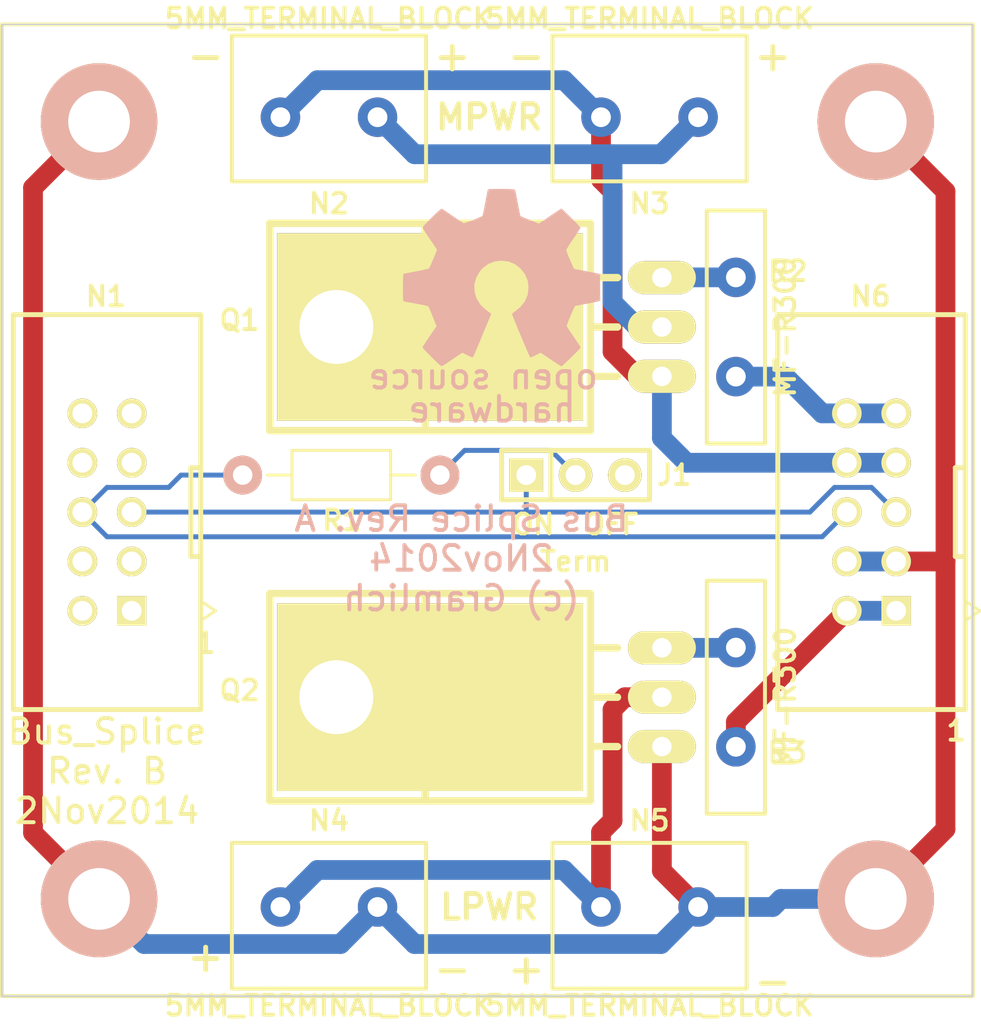
<source format=kicad_pcb>
(kicad_pcb (version 4) (host pcbnew "(2014-jul-16 BZR unknown)-product")

  (general
    (links 27)
    (no_connects 0)
    (area 99.567999 98.425 159.691028 151.5618)
    (thickness 1.6)
    (drawings 26)
    (tracks 74)
    (zones 0)
    (modules 17)
    (nets 12)
  )

  (page A4)
  (layers
    (0 F.Cu signal)
    (31 B.Cu signal)
    (32 B.Adhes user)
    (33 F.Adhes user)
    (34 B.Paste user)
    (35 F.Paste user)
    (36 B.SilkS user)
    (37 F.SilkS user)
    (38 B.Mask user)
    (39 F.Mask user)
    (40 Dwgs.User user)
    (41 Cmts.User user)
    (42 Eco1.User user)
    (43 Eco2.User user)
    (44 Edge.Cuts user)
  )

  (setup
    (last_trace_width 0.254)
    (user_trace_width 0.254)
    (user_trace_width 1.016)
    (trace_clearance 0.254)
    (zone_clearance 0.508)
    (zone_45_only no)
    (trace_min 0.254)
    (segment_width 0.2032)
    (edge_width 0.1)
    (via_size 0.889)
    (via_drill 0.635)
    (via_min_size 0.889)
    (via_min_drill 0.508)
    (uvia_size 0.508)
    (uvia_drill 0.127)
    (uvias_allowed no)
    (uvia_min_size 0.508)
    (uvia_min_drill 0.127)
    (pcb_text_width 0.3)
    (pcb_text_size 1.5 1.5)
    (mod_edge_width 0.15)
    (mod_text_size 1 1)
    (mod_text_width 0.15)
    (pad_size 1.5 1.5)
    (pad_drill 0.6)
    (pad_to_mask_clearance 0)
    (aux_axis_origin 0 0)
    (visible_elements 7FFEFFFF)
    (pcbplotparams
      (layerselection 0x010f0_80000001)
      (usegerberextensions true)
      (excludeedgelayer true)
      (linewidth 0.100000)
      (plotframeref false)
      (viasonmask false)
      (mode 1)
      (useauxorigin false)
      (hpglpennumber 1)
      (hpglpenspeed 20)
      (hpglpendiameter 15)
      (hpglpenoverlay 2)
      (psnegative false)
      (psa4output false)
      (plotreference true)
      (plotvalue false)
      (plotinvisibletext false)
      (padsonsilk false)
      (subtractmaskfromsilk false)
      (outputformat 1)
      (mirror false)
      (drillshape 0)
      (scaleselection 1)
      (outputdirectory ""))
  )

  (net 0 "")
  (net 1 /LPWR1)
  (net 2 /LPWR3)
  (net 3 /LPWR2)
  (net 4 /LGND)
  (net 5 "Net-(J1-Pad2)")
  (net 6 "Net-(J1-Pad1)")
  (net 7 /MGND)
  (net 8 /MPWR1)
  (net 9 /MPWR2)
  (net 10 /MPWR3)
  (net 11 "Net-(N1-Pad6)")

  (net_class Default "This is the default net class."
    (clearance 0.254)
    (trace_width 0.254)
    (via_dia 0.889)
    (via_drill 0.635)
    (uvia_dia 0.508)
    (uvia_drill 0.127)
    (add_net "Net-(J1-Pad1)")
    (add_net "Net-(J1-Pad2)")
    (add_net "Net-(N1-Pad6)")
  )

  (net_class Power ""
    (clearance 0.254)
    (trace_width 1.016)
    (via_dia 0.889)
    (via_drill 0.635)
    (uvia_dia 0.508)
    (uvia_drill 0.127)
    (add_net /LGND)
    (add_net /LPWR1)
    (add_net /LPWR2)
    (add_net /LPWR3)
    (add_net /MGND)
    (add_net /MPWR1)
    (add_net /MPWR2)
    (add_net /MPWR3)
  )

  (module Bus_Splice:OSHW_LOGO_400mil (layer B.Cu) (tedit 5456F54A) (tstamp 5456E998)
    (at 125.73 113.03 180)
    (path /53AA4798)
    (fp_text reference G1 (at -2.54 -1.27 180) (layer B.SilkS) hide
      (effects (font (size 0.46228 0.46228) (thickness 0.09144)) (justify mirror))
    )
    (fp_text value OSHW_LOGO (at 0 5.38734 180) (layer B.SilkS) hide
      (effects (font (size 0.46228 0.46228) (thickness 0.09144)) (justify mirror))
    )
    (fp_poly (pts (xy -3.07848 -4.56184) (xy -3.02514 -4.53644) (xy -2.90576 -4.46024) (xy -2.73812 -4.34848)
      (xy -2.53746 -4.21386) (xy -2.3368 -4.07924) (xy -2.16916 -3.96748) (xy -2.05486 -3.89382)
      (xy -2.0066 -3.86588) (xy -1.9812 -3.87604) (xy -1.88468 -3.92176) (xy -1.74498 -3.99542)
      (xy -1.66624 -4.03606) (xy -1.5367 -4.09194) (xy -1.47574 -4.1021) (xy -1.46304 -4.08432)
      (xy -1.41732 -3.9878) (xy -1.34366 -3.82016) (xy -1.24714 -3.60172) (xy -1.13792 -3.34264)
      (xy -1.02108 -3.06578) (xy -0.9017 -2.7813) (xy -0.78994 -2.50952) (xy -0.69088 -2.26822)
      (xy -0.61214 -2.0701) (xy -0.5588 -1.93294) (xy -0.53848 -1.87198) (xy -0.5461 -1.86182)
      (xy -0.6096 -1.79832) (xy -0.72136 -1.7145) (xy -0.96012 -1.52146) (xy -1.19888 -1.22428)
      (xy -1.34366 -0.88646) (xy -1.38938 -0.51308) (xy -1.34874 -0.16764) (xy -1.21412 0.1651)
      (xy -0.98044 0.46482) (xy -0.6985 0.68834) (xy -0.37084 0.82804) (xy 0 0.87376)
      (xy 0.35306 0.83312) (xy 0.69342 0.70104) (xy 0.99314 0.47244) (xy 1.12014 0.32512)
      (xy 1.2954 0.02286) (xy 1.39446 -0.30226) (xy 1.40462 -0.38608) (xy 1.38938 -0.74168)
      (xy 1.28524 -1.08458) (xy 1.09474 -1.38938) (xy 0.83312 -1.64084) (xy 0.80264 -1.6637)
      (xy 0.68072 -1.75514) (xy 0.59944 -1.8161) (xy 0.53594 -1.86944) (xy 0.9906 -2.96164)
      (xy 1.06172 -3.1369) (xy 1.18618 -3.43408) (xy 1.29794 -3.69316) (xy 1.3843 -3.8989)
      (xy 1.44526 -4.03352) (xy 1.47066 -4.0894) (xy 1.47574 -4.09194) (xy 1.51384 -4.09956)
      (xy 1.59766 -4.06908) (xy 1.75006 -3.99542) (xy 1.85166 -3.94462) (xy 1.9685 -3.88874)
      (xy 2.0193 -3.86588) (xy 2.06248 -3.89128) (xy 2.17678 -3.9624) (xy 2.33934 -4.07162)
      (xy 2.53492 -4.2037) (xy 2.72034 -4.3307) (xy 2.89052 -4.445) (xy 3.01752 -4.52374)
      (xy 3.07594 -4.55676) (xy 3.0861 -4.55676) (xy 3.13944 -4.52628) (xy 3.2385 -4.445)
      (xy 3.38836 -4.30276) (xy 3.59918 -4.09702) (xy 3.62966 -4.064) (xy 3.80238 -3.88874)
      (xy 3.94462 -3.73888) (xy 4.0386 -3.63474) (xy 4.07162 -3.58648) (xy 4.07162 -3.58648)
      (xy 4.04114 -3.52806) (xy 3.9624 -3.4036) (xy 3.8481 -3.22834) (xy 3.71094 -3.02514)
      (xy 3.34772 -2.49936) (xy 3.54838 -2.00406) (xy 3.60934 -1.85166) (xy 3.68554 -1.66624)
      (xy 3.74396 -1.53416) (xy 3.77444 -1.47828) (xy 3.82778 -1.45796) (xy 3.9624 -1.42494)
      (xy 4.16052 -1.3843) (xy 4.3942 -1.34112) (xy 4.61772 -1.30048) (xy 4.82092 -1.26238)
      (xy 4.96824 -1.23444) (xy 5.03428 -1.2192) (xy 5.04952 -1.21158) (xy 5.06222 -1.17856)
      (xy 5.06984 -1.10998) (xy 5.07492 -0.98806) (xy 5.07746 -0.79502) (xy 5.07746 -0.51308)
      (xy 5.07746 -0.4826) (xy 5.07492 -0.2159) (xy 5.07238 -0.00254) (xy 5.06476 0.13462)
      (xy 5.0546 0.1905) (xy 5.0546 0.1905) (xy 4.9911 0.20574) (xy 4.84886 0.23622)
      (xy 4.64566 0.27686) (xy 4.40436 0.32258) (xy 4.38912 0.32512) (xy 4.15036 0.37084)
      (xy 3.94716 0.41402) (xy 3.80746 0.44704) (xy 3.7465 0.46482) (xy 3.73634 0.4826)
      (xy 3.68554 0.57404) (xy 3.61696 0.7239) (xy 3.53822 0.90678) (xy 3.45948 1.09474)
      (xy 3.3909 1.26492) (xy 3.34518 1.39192) (xy 3.33248 1.4478) (xy 3.33248 1.45034)
      (xy 3.37058 1.50876) (xy 3.45186 1.63068) (xy 3.5687 1.80594) (xy 3.7084 2.00914)
      (xy 3.7211 2.02438) (xy 3.85826 2.22758) (xy 3.97002 2.4003) (xy 4.04368 2.52222)
      (xy 4.07162 2.5781) (xy 4.07162 2.58064) (xy 4.0259 2.6416) (xy 3.92176 2.7559)
      (xy 3.77444 2.91084) (xy 3.59664 3.09118) (xy 3.54076 3.14706) (xy 3.34264 3.3401)
      (xy 3.20548 3.46456) (xy 3.11912 3.53314) (xy 3.07848 3.54838) (xy 3.07848 3.54584)
      (xy 3.01752 3.51028) (xy 2.88798 3.42646) (xy 2.71526 3.30708) (xy 2.50952 3.16738)
      (xy 2.49428 3.15722) (xy 2.29108 3.02006) (xy 2.1209 2.90576) (xy 2.00152 2.82702)
      (xy 1.94818 2.794) (xy 1.94056 2.794) (xy 1.85674 2.8194) (xy 1.71196 2.8702)
      (xy 1.53416 2.93878) (xy 1.3462 3.01244) (xy 1.17602 3.0861) (xy 1.04902 3.14452)
      (xy 0.98806 3.17754) (xy 0.98552 3.18262) (xy 0.9652 3.25374) (xy 0.92964 3.40614)
      (xy 0.88646 3.61442) (xy 0.84074 3.86334) (xy 0.83312 3.90398) (xy 0.7874 4.14528)
      (xy 0.74676 4.34594) (xy 0.71882 4.4831) (xy 0.70612 4.54152) (xy 0.67056 4.54914)
      (xy 0.55118 4.55676) (xy 0.37084 4.56184) (xy 0.1524 4.56438) (xy -0.0762 4.56184)
      (xy -0.30226 4.5593) (xy -0.49276 4.55168) (xy -0.62992 4.54152) (xy -0.68834 4.53136)
      (xy -0.68834 4.52628) (xy -0.7112 4.45262) (xy -0.74422 4.30022) (xy -0.7874 4.0894)
      (xy -0.83312 3.84048) (xy -0.84328 3.7973) (xy -0.889 3.556) (xy -0.92964 3.35788)
      (xy -0.95758 3.22072) (xy -0.97282 3.16738) (xy -0.99568 3.15468) (xy -1.09474 3.1115)
      (xy -1.2573 3.04546) (xy -1.45796 2.96418) (xy -1.92278 2.77622) (xy -2.49174 3.16738)
      (xy -2.54508 3.20294) (xy -2.75082 3.34264) (xy -2.91846 3.4544) (xy -3.0353 3.5306)
      (xy -3.08356 3.55854) (xy -3.08864 3.556) (xy -3.14452 3.5052) (xy -3.25882 3.39852)
      (xy -3.41122 3.24866) (xy -3.59156 3.07086) (xy -3.72364 2.93878) (xy -3.88112 2.77876)
      (xy -3.98018 2.66954) (xy -4.03606 2.60096) (xy -4.05384 2.56032) (xy -4.0513 2.53238)
      (xy -4.0132 2.47396) (xy -3.92938 2.34696) (xy -3.81254 2.17424) (xy -3.67284 1.97358)
      (xy -3.55854 1.80594) (xy -3.43408 1.6129) (xy -3.35534 1.47574) (xy -3.3274 1.4097)
      (xy -3.33502 1.38176) (xy -3.37312 1.27) (xy -3.4417 1.10236) (xy -3.52806 0.9017)
      (xy -3.72618 0.44958) (xy -4.02082 0.3937) (xy -4.20116 0.35814) (xy -4.45008 0.30988)
      (xy -4.69138 0.26416) (xy -5.06476 0.1905) (xy -5.08 -1.18618) (xy -5.02158 -1.20904)
      (xy -4.9657 -1.22428) (xy -4.826 -1.25476) (xy -4.62788 -1.2954) (xy -4.3942 -1.33858)
      (xy -4.19608 -1.37668) (xy -3.99542 -1.41478) (xy -3.85064 -1.44272) (xy -3.78714 -1.45542)
      (xy -3.7719 -1.47828) (xy -3.7211 -1.5748) (xy -3.64998 -1.72974) (xy -3.5687 -1.91516)
      (xy -3.48996 -2.1082) (xy -3.41884 -2.286) (xy -3.37058 -2.42062) (xy -3.35026 -2.49174)
      (xy -3.3782 -2.54508) (xy -3.4544 -2.66192) (xy -3.56616 -2.82956) (xy -3.70078 -3.03022)
      (xy -3.83794 -3.22834) (xy -3.95224 -3.39852) (xy -4.03352 -3.52298) (xy -4.06654 -3.57886)
      (xy -4.0513 -3.61696) (xy -3.97002 -3.71348) (xy -3.82016 -3.86842) (xy -3.59664 -4.0894)
      (xy -3.55854 -4.12496) (xy -3.38074 -4.29768) (xy -3.23088 -4.43484) (xy -3.12674 -4.52882)
      (xy -3.07848 -4.56184)) (layer B.SilkS) (width 0.00254))
  )

  (module Bus_Splice:Pin_Header_Straight_1x03 (layer F.Cu) (tedit 5456EF7B) (tstamp 5456E9AF)
    (at 129.54 123.19)
    (descr "1 pin")
    (tags "CONN DEV")
    (path /53E8D609)
    (fp_text reference J1 (at 5.08 0) (layer F.SilkS)
      (effects (font (size 1.016 1.016) (thickness 0.2032)))
    )
    (fp_text value TERMINATE_JUMPER (at -0.01 2.45) (layer F.SilkS) hide
      (effects (font (size 1.016 1.016) (thickness 0.2032)))
    )
    (fp_line (start -1.27 1.27) (end 3.81 1.27) (layer F.SilkS) (width 0.254))
    (fp_line (start 3.81 1.27) (end 3.81 -1.27) (layer F.SilkS) (width 0.254))
    (fp_line (start 3.81 -1.27) (end -1.27 -1.27) (layer F.SilkS) (width 0.254))
    (fp_line (start -3.81 -1.27) (end -1.27 -1.27) (layer F.SilkS) (width 0.254))
    (fp_line (start -1.27 -1.27) (end -1.27 1.27) (layer F.SilkS) (width 0.254))
    (fp_line (start -3.81 -1.27) (end -3.81 1.27) (layer F.SilkS) (width 0.254))
    (fp_line (start -3.81 1.27) (end -1.27 1.27) (layer F.SilkS) (width 0.254))
    (pad 1 thru_hole rect (at -2.54 0) (size 1.7272 1.7272) (drill 1.016) (layers *.Cu *.Mask F.SilkS)
      (net 6 "Net-(J1-Pad1)"))
    (pad 2 thru_hole circle (at 0 0) (size 1.7272 1.7272) (drill 1.016) (layers *.Cu *.Mask F.SilkS)
      (net 5 "Net-(J1-Pad2)"))
    (pad 3 thru_hole circle (at 2.54 0) (size 1.7272 1.7272) (drill 1.016) (layers *.Cu *.Mask F.SilkS))
    (model Pin_Headers/Pin_Header_Straight_1x03.wrl
      (at (xyz 0 0 0))
      (scale (xyz 1 1 1))
      (rotate (xyz 0 0 0))
    )
  )

  (module Bus_Splice:Pin_Header_Straight_2x05_Shrouded (layer F.Cu) (tedit 5456F59E) (tstamp 5456E9C2)
    (at 105.41 125.095 90)
    (descr "Male 2x5 Header 2.54mm pitch")
    (tags CONN)
    (path /53E91E68)
    (fp_text reference N1 (at 11.0998 -0.05588 360) (layer F.SilkS)
      (effects (font (size 1.016 1.016) (thickness 0.2032)))
    )
    (fp_text value BUS_MASTER_HEADER (at 0 6.5 90) (layer F.SilkS) hide
      (effects (font (size 1.016 1.016) (thickness 0.2032)))
    )
    (fp_line (start -5.08 5.588) (end -5.588 4.826) (layer F.SilkS) (width 0.15))
    (fp_line (start -5.08 5.588) (end -4.572 4.826) (layer F.SilkS) (width 0.15))
    (fp_line (start 2.286 4.826) (end 2.286 4.318) (layer F.SilkS) (width 0.254))
    (fp_line (start 2.286 4.318) (end -2.286 4.318) (layer F.SilkS) (width 0.254))
    (fp_line (start -2.286 4.318) (end -2.286 4.826) (layer F.SilkS) (width 0.254))
    (fp_line (start -10.16 -4.826) (end 10.16 -4.826) (layer F.SilkS) (width 0.254))
    (fp_line (start 10.16 -4.826) (end 10.16 4.826) (layer F.SilkS) (width 0.254))
    (fp_line (start 10.16 4.826) (end -10.16 4.826) (layer F.SilkS) (width 0.254))
    (fp_line (start -10.16 4.826) (end -10.16 -4.826) (layer F.SilkS) (width 0.254))
    (pad 1 thru_hole rect (at -5.08 1.27 90) (size 1.524 1.524) (drill 1.016) (layers *.Cu *.Mask F.SilkS))
    (pad 2 thru_hole circle (at -5.08 -1.27 90) (size 1.524 1.524) (drill 1.016) (layers *.Cu *.Mask F.SilkS))
    (pad 3 thru_hole circle (at -2.54 1.27 90) (size 1.524 1.524) (drill 1.016) (layers *.Cu *.Mask F.SilkS))
    (pad 4 thru_hole circle (at -2.54 -1.27 90) (size 1.524 1.524) (drill 1.016) (layers *.Cu *.Mask F.SilkS))
    (pad 5 thru_hole circle (at 0 1.27 90) (size 1.524 1.524) (drill 1.016) (layers *.Cu *.Mask F.SilkS)
      (net 6 "Net-(J1-Pad1)"))
    (pad 6 thru_hole circle (at 0 -1.27 90) (size 1.524 1.524) (drill 1.016) (layers *.Cu *.Mask F.SilkS)
      (net 11 "Net-(N1-Pad6)"))
    (pad 7 thru_hole circle (at 2.54 1.27 90) (size 1.524 1.524) (drill 1.016) (layers *.Cu *.Mask F.SilkS))
    (pad 8 thru_hole circle (at 2.54 -1.27 90) (size 1.524 1.524) (drill 1.016) (layers *.Cu *.Mask F.SilkS))
    (pad 9 thru_hole circle (at 5.08 1.27 90) (size 1.524 1.524) (drill 1.016) (layers *.Cu *.Mask F.SilkS))
    (pad 10 thru_hole circle (at 5.08 -1.27 90) (size 1.524 1.524) (drill 1.016) (layers *.Cu *.Mask F.SilkS))
    (model pin_array/pins_array_5x2.wrl
      (at (xyz 0 0 0))
      (scale (xyz 1 1 1))
      (rotate (xyz 0 0 0))
    )
  )

  (module Bus_Splice:5MM_TERMINAL_BLOCK_2_POS (layer F.Cu) (tedit 53B6F03D) (tstamp 5456E9C3)
    (at 116.84 104.775)
    (path /53B61F22)
    (fp_text reference N2 (at 0 4.445) (layer F.SilkS)
      (effects (font (size 1.016 1.016) (thickness 0.2032)))
    )
    (fp_text value 5MM_TERMINAL_BLOCK (at 0 -5.08) (layer F.SilkS)
      (effects (font (size 1.016 1.016) (thickness 0.2032)))
    )
    (fp_line (start -5 -4.2) (end -5 3.3) (layer F.SilkS) (width 0.2032))
    (fp_line (start -5 3.3) (end 5 3.3) (layer F.SilkS) (width 0.2032))
    (fp_line (start 5 3.3) (end 5 -4.2) (layer F.SilkS) (width 0.2032))
    (fp_line (start 5 -4.2) (end -5 -4.2) (layer F.SilkS) (width 0.2032))
    (pad 1 thru_hole circle (at -2.5 0) (size 2.032 2.032) (drill 1.016) (layers *.Cu *.Mask)
      (net 7 /MGND))
    (pad 2 thru_hole circle (at 2.5 0) (size 2.032 2.032) (drill 1.016) (layers *.Cu *.Mask)
      (net 8 /MPWR1))
  )

  (module Bus_Splice:5MM_TERMINAL_BLOCK_2_POS (layer F.Cu) (tedit 53B6F03D) (tstamp 5456E9C8)
    (at 133.35 104.775)
    (path /5456FCF0)
    (fp_text reference N3 (at 0 4.445) (layer F.SilkS)
      (effects (font (size 1.016 1.016) (thickness 0.2032)))
    )
    (fp_text value 5MM_TERMINAL_BLOCK (at 0 -5.08) (layer F.SilkS)
      (effects (font (size 1.016 1.016) (thickness 0.2032)))
    )
    (fp_line (start -5 -4.2) (end -5 3.3) (layer F.SilkS) (width 0.2032))
    (fp_line (start -5 3.3) (end 5 3.3) (layer F.SilkS) (width 0.2032))
    (fp_line (start 5 3.3) (end 5 -4.2) (layer F.SilkS) (width 0.2032))
    (fp_line (start 5 -4.2) (end -5 -4.2) (layer F.SilkS) (width 0.2032))
    (pad 1 thru_hole circle (at -2.5 0) (size 2.032 2.032) (drill 1.016) (layers *.Cu *.Mask)
      (net 7 /MGND))
    (pad 2 thru_hole circle (at 2.5 0) (size 2.032 2.032) (drill 1.016) (layers *.Cu *.Mask)
      (net 8 /MPWR1))
  )

  (module Bus_Splice:5MM_TERMINAL_BLOCK_2_POS (layer F.Cu) (tedit 53B6F03D) (tstamp 5456E9CD)
    (at 116.84 145.415 180)
    (path /53B64AE0)
    (fp_text reference N4 (at 0 4.445 180) (layer F.SilkS)
      (effects (font (size 1.016 1.016) (thickness 0.2032)))
    )
    (fp_text value 5MM_TERMINAL_BLOCK (at 0 -5.08 180) (layer F.SilkS)
      (effects (font (size 1.016 1.016) (thickness 0.2032)))
    )
    (fp_line (start -5 -4.2) (end -5 3.3) (layer F.SilkS) (width 0.2032))
    (fp_line (start -5 3.3) (end 5 3.3) (layer F.SilkS) (width 0.2032))
    (fp_line (start 5 3.3) (end 5 -4.2) (layer F.SilkS) (width 0.2032))
    (fp_line (start 5 -4.2) (end -5 -4.2) (layer F.SilkS) (width 0.2032))
    (pad 1 thru_hole circle (at -2.5 0 180) (size 2.032 2.032) (drill 1.016) (layers *.Cu *.Mask)
      (net 4 /LGND))
    (pad 2 thru_hole circle (at 2.5 0 180) (size 2.032 2.032) (drill 1.016) (layers *.Cu *.Mask)
      (net 1 /LPWR1))
  )

  (module Bus_Splice:5MM_TERMINAL_BLOCK_2_POS (layer F.Cu) (tedit 53B6F03D) (tstamp 5456E9D2)
    (at 133.35 145.415 180)
    (path /5456F546)
    (fp_text reference N5 (at 0 4.445 180) (layer F.SilkS)
      (effects (font (size 1.016 1.016) (thickness 0.2032)))
    )
    (fp_text value 5MM_TERMINAL_BLOCK (at 0 -5.08 180) (layer F.SilkS)
      (effects (font (size 1.016 1.016) (thickness 0.2032)))
    )
    (fp_line (start -5 -4.2) (end -5 3.3) (layer F.SilkS) (width 0.2032))
    (fp_line (start -5 3.3) (end 5 3.3) (layer F.SilkS) (width 0.2032))
    (fp_line (start 5 3.3) (end 5 -4.2) (layer F.SilkS) (width 0.2032))
    (fp_line (start 5 -4.2) (end -5 -4.2) (layer F.SilkS) (width 0.2032))
    (pad 1 thru_hole circle (at -2.5 0 180) (size 2.032 2.032) (drill 1.016) (layers *.Cu *.Mask)
      (net 4 /LGND))
    (pad 2 thru_hole circle (at 2.5 0 180) (size 2.032 2.032) (drill 1.016) (layers *.Cu *.Mask)
      (net 1 /LPWR1))
  )

  (module Bus_Splice:Pin_Header_Straight_2x05_Shrouded (layer F.Cu) (tedit 5456F59B) (tstamp 5456E9D7)
    (at 144.78 125.095 90)
    (descr "Male 2x5 Header 2.54mm pitch")
    (tags CONN)
    (path /5456DFB2)
    (fp_text reference N6 (at 11.0998 -0.0508 360) (layer F.SilkS)
      (effects (font (size 1.016 1.016) (thickness 0.2032)))
    )
    (fp_text value BUS_MASTER_HEADER (at 0 6.5 90) (layer F.SilkS) hide
      (effects (font (size 1.016 1.016) (thickness 0.2032)))
    )
    (fp_line (start -5.08 5.588) (end -5.588 4.826) (layer F.SilkS) (width 0.15))
    (fp_line (start -5.08 5.588) (end -4.572 4.826) (layer F.SilkS) (width 0.15))
    (fp_line (start 2.286 4.826) (end 2.286 4.318) (layer F.SilkS) (width 0.254))
    (fp_line (start 2.286 4.318) (end -2.286 4.318) (layer F.SilkS) (width 0.254))
    (fp_line (start -2.286 4.318) (end -2.286 4.826) (layer F.SilkS) (width 0.254))
    (fp_line (start -10.16 -4.826) (end 10.16 -4.826) (layer F.SilkS) (width 0.254))
    (fp_line (start 10.16 -4.826) (end 10.16 4.826) (layer F.SilkS) (width 0.254))
    (fp_line (start 10.16 4.826) (end -10.16 4.826) (layer F.SilkS) (width 0.254))
    (fp_line (start -10.16 4.826) (end -10.16 -4.826) (layer F.SilkS) (width 0.254))
    (pad 1 thru_hole rect (at -5.08 1.27 90) (size 1.524 1.524) (drill 1.016) (layers *.Cu *.Mask F.SilkS)
      (net 2 /LPWR3))
    (pad 2 thru_hole circle (at -5.08 -1.27 90) (size 1.524 1.524) (drill 1.016) (layers *.Cu *.Mask F.SilkS)
      (net 2 /LPWR3))
    (pad 3 thru_hole circle (at -2.54 1.27 90) (size 1.524 1.524) (drill 1.016) (layers *.Cu *.Mask F.SilkS)
      (net 4 /LGND))
    (pad 4 thru_hole circle (at -2.54 -1.27 90) (size 1.524 1.524) (drill 1.016) (layers *.Cu *.Mask F.SilkS)
      (net 4 /LGND))
    (pad 5 thru_hole circle (at 0 1.27 90) (size 1.524 1.524) (drill 1.016) (layers *.Cu *.Mask F.SilkS)
      (net 6 "Net-(J1-Pad1)"))
    (pad 6 thru_hole circle (at 0 -1.27 90) (size 1.524 1.524) (drill 1.016) (layers *.Cu *.Mask F.SilkS)
      (net 11 "Net-(N1-Pad6)"))
    (pad 7 thru_hole circle (at 2.54 1.27 90) (size 1.524 1.524) (drill 1.016) (layers *.Cu *.Mask F.SilkS)
      (net 7 /MGND))
    (pad 8 thru_hole circle (at 2.54 -1.27 90) (size 1.524 1.524) (drill 1.016) (layers *.Cu *.Mask F.SilkS)
      (net 7 /MGND))
    (pad 9 thru_hole circle (at 5.08 1.27 90) (size 1.524 1.524) (drill 1.016) (layers *.Cu *.Mask F.SilkS)
      (net 10 /MPWR3))
    (pad 10 thru_hole circle (at 5.08 -1.27 90) (size 1.524 1.524) (drill 1.016) (layers *.Cu *.Mask F.SilkS)
      (net 10 /MPWR3))
    (model pin_array/pins_array_5x2.wrl
      (at (xyz 0 0 0))
      (scale (xyz 1 1 1))
      (rotate (xyz 0 0 0))
    )
  )

  (module Bus_Splice:TO-220_FET-GDS_Horizontal_LargePads (layer F.Cu) (tedit 5456F5A4) (tstamp 5456E9E4)
    (at 133.985 115.57 90)
    (descr "TO-220, FET-GDS, Horizontal, Large Pads,")
    (tags "TO-220, FET-GDS, Horizontal, Large Pads,")
    (path /53B62FC0)
    (fp_text reference Q1 (at 0.35052 -21.75002 180) (layer F.SilkS)
      (effects (font (size 1.016 1.016) (thickness 0.2032)))
    )
    (fp_text value FQP47P06 (at 0 3.175 90) (layer F.SilkS) hide
      (effects (font (size 1.016 1.016) (thickness 0.2032)))
    )
    (fp_text user G (at -2.54 -5.08 90) (layer F.SilkS)
      (effects (font (size 1.00076 1.00076) (thickness 0.25146)))
    )
    (fp_text user S (at 2.54 -5.08 90) (layer F.SilkS)
      (effects (font (size 1.00076 1.00076) (thickness 0.25146)))
    )
    (fp_text user D (at 0 -5.08 90) (layer F.SilkS)
      (effects (font (size 1.00076 1.00076) (thickness 0.25146)))
    )
    (fp_line (start -2.54 -3.683) (end -2.54 -2.286) (layer F.SilkS) (width 0.381))
    (fp_line (start 0 -3.683) (end 0 -2.286) (layer F.SilkS) (width 0.381))
    (fp_line (start 2.54 -3.683) (end 2.54 -2.286) (layer F.SilkS) (width 0.381))
    (fp_circle (center 0 -16.764) (end 1.778 -14.986) (layer F.SilkS) (width 0.381))
    (fp_line (start 5.334 -12.192) (end 5.334 -20.193) (layer F.SilkS) (width 0.381))
    (fp_line (start 5.334 -20.193) (end -5.334 -20.193) (layer F.SilkS) (width 0.381))
    (fp_line (start -5.334 -20.193) (end -5.334 -12.192) (layer F.SilkS) (width 0.381))
    (fp_line (start 5.334 -3.683) (end 5.334 -12.192) (layer F.SilkS) (width 0.381))
    (fp_line (start 5.334 -12.192) (end -5.334 -12.192) (layer F.SilkS) (width 0.381))
    (fp_line (start -5.334 -12.192) (end -5.334 -3.683) (layer F.SilkS) (width 0.381))
    (fp_line (start 0 -3.683) (end -5.334 -3.683) (layer F.SilkS) (width 0.381))
    (fp_line (start 0 -3.683) (end 5.334 -3.683) (layer F.SilkS) (width 0.381))
    (pad D thru_hole oval (at 0 0 180) (size 3.50012 1.69926) (drill 1.00076) (layers *.Cu *.Mask F.SilkS)
      (net 8 /MPWR1))
    (pad G thru_hole oval (at -2.54 0 180) (size 3.50012 1.69926) (drill 1.00076) (layers *.Cu *.Mask F.SilkS)
      (net 7 /MGND))
    (pad S thru_hole oval (at 2.54 0 180) (size 3.50012 1.69926) (drill 1.00076) (layers *.Cu *.Mask F.SilkS)
      (net 9 /MPWR2))
    (pad 2 thru_hole rect (at 0 -16.764 180) (size 15.748 9.652) (drill 3.79984 (offset -4.826 0)) (layers *.Cu F.SilkS F.Mask))
    (model Transistor_TO-220_Wings3d_RevB_03Sep2012/TO220-vert_RevB_Faktor03937_03Sep2012.wrl
      (at (xyz 0 0 0))
      (scale (xyz 0.3937 0.3937 0.3937))
      (rotate (xyz 0 0 0))
    )
  )

  (module Bus_Splice:TO-220_FET-GDS_Horizontal_LargePads (layer F.Cu) (tedit 5456EF94) (tstamp 5456EFB2)
    (at 133.985 134.62 90)
    (descr "TO-220, FET-GDS, Horizontal, Large Pads,")
    (tags "TO-220, FET-GDS, Horizontal, Large Pads,")
    (path /53B6538A)
    (fp_text reference Q2 (at 0.35052 -21.75002 180) (layer F.SilkS)
      (effects (font (size 1.016 1.016) (thickness 0.2032)))
    )
    (fp_text value FQP47P06 (at 0 3.175 90) (layer F.SilkS) hide
      (effects (font (size 1.016 1.016) (thickness 0.2032)))
    )
    (fp_text user G (at -2.54 -5.08 90) (layer F.SilkS)
      (effects (font (size 1.00076 1.00076) (thickness 0.25146)))
    )
    (fp_text user S (at 2.54 -5.08 90) (layer F.SilkS)
      (effects (font (size 1.00076 1.00076) (thickness 0.25146)))
    )
    (fp_text user D (at 0 -5.08 90) (layer F.SilkS)
      (effects (font (size 1.00076 1.00076) (thickness 0.25146)))
    )
    (fp_line (start -2.54 -3.683) (end -2.54 -2.286) (layer F.SilkS) (width 0.381))
    (fp_line (start 0 -3.683) (end 0 -2.286) (layer F.SilkS) (width 0.381))
    (fp_line (start 2.54 -3.683) (end 2.54 -2.286) (layer F.SilkS) (width 0.381))
    (fp_circle (center 0 -16.764) (end 1.778 -14.986) (layer F.SilkS) (width 0.381))
    (fp_line (start 5.334 -12.192) (end 5.334 -20.193) (layer F.SilkS) (width 0.381))
    (fp_line (start 5.334 -20.193) (end -5.334 -20.193) (layer F.SilkS) (width 0.381))
    (fp_line (start -5.334 -20.193) (end -5.334 -12.192) (layer F.SilkS) (width 0.381))
    (fp_line (start 5.334 -3.683) (end 5.334 -12.192) (layer F.SilkS) (width 0.381))
    (fp_line (start 5.334 -12.192) (end -5.334 -12.192) (layer F.SilkS) (width 0.381))
    (fp_line (start -5.334 -12.192) (end -5.334 -3.683) (layer F.SilkS) (width 0.381))
    (fp_line (start 0 -3.683) (end -5.334 -3.683) (layer F.SilkS) (width 0.381))
    (fp_line (start 0 -3.683) (end 5.334 -3.683) (layer F.SilkS) (width 0.381))
    (pad D thru_hole oval (at 0 0 180) (size 3.50012 1.69926) (drill 1.00076) (layers *.Cu *.Mask F.SilkS)
      (net 1 /LPWR1))
    (pad G thru_hole oval (at -2.54 0 180) (size 3.50012 1.69926) (drill 1.00076) (layers *.Cu *.Mask F.SilkS)
      (net 4 /LGND))
    (pad S thru_hole oval (at 2.54 0 180) (size 3.50012 1.69926) (drill 1.00076) (layers *.Cu *.Mask F.SilkS)
      (net 3 /LPWR2))
    (pad 2 thru_hole rect (at 0 -16.764 180) (size 15.748 9.652) (drill 3.79984 (offset -4.826 0)) (layers *.Cu F.SilkS F.Mask))
    (model Transistor_TO-220_Wings3d_RevB_03Sep2012/TO220-vert_RevB_Faktor03937_03Sep2012.wrl
      (at (xyz 0 0 0))
      (scale (xyz 0.3937 0.3937 0.3937))
      (rotate (xyz 0 0 0))
    )
  )

  (module Bus_Splice:Resistor_Horizontal_400 (layer F.Cu) (tedit 53BE9124) (tstamp 5456E9F2)
    (at 117.475 123.19 180)
    (descr "Resistor, Axial,  RM 10mm, 1/3W,")
    (tags "Resistor, Axial, RM 10mm, 1/3W,")
    (path /53E8E9A7)
    (fp_text reference R1 (at -0.03 -2.33 180) (layer F.SilkS)
      (effects (font (size 1.016 1.016) (thickness 0.2032)))
    )
    (fp_text value "120 1%" (at -0.02 2.47 180) (layer F.SilkS) hide
      (effects (font (size 1.016 1.016) (thickness 0.2032)))
    )
    (fp_line (start 2.54 0) (end 3.81 0) (layer F.SilkS) (width 0.15))
    (fp_line (start -2.54 0) (end -3.81 0) (layer F.SilkS) (width 0.15))
    (fp_line (start -2.54 -1.27) (end -2.54 1.27) (layer F.SilkS) (width 0.15))
    (fp_line (start -2.54 1.27) (end 2.54 1.27) (layer F.SilkS) (width 0.15))
    (fp_line (start 2.54 1.27) (end 2.54 -1.27) (layer F.SilkS) (width 0.15))
    (fp_line (start 2.54 -1.27) (end -2.54 -1.27) (layer F.SilkS) (width 0.15))
    (pad 1 thru_hole circle (at -5.08 0 180) (size 1.99898 1.99898) (drill 1.00076) (layers *.Cu *.SilkS *.Mask)
      (net 5 "Net-(J1-Pad2)"))
    (pad 2 thru_hole circle (at 5.08 0 180) (size 1.99898 1.99898) (drill 1.00076) (layers *.Cu *.SilkS *.Mask)
      (net 11 "Net-(N1-Pad6)"))
  )

  (module Bus_Splice:MF_R300 (layer F.Cu) (tedit 5456F5C5) (tstamp 5456E9F7)
    (at 137.795 115.57 270)
    (path /53B63849)
    (fp_text reference R2 (at -2.8702 -2.6797 360) (layer F.SilkS)
      (effects (font (size 1.016 1.016) (thickness 0.2032)))
    )
    (fp_text value MF-R300 (at 0 -2.54 270) (layer F.SilkS)
      (effects (font (size 1.016 1.016) (thickness 0.2032)))
    )
    (fp_line (start -5.9944 1.4986) (end 5.9944 1.4986) (layer F.SilkS) (width 0.2032))
    (fp_line (start 5.9944 1.4986) (end 5.9944 -1.4986) (layer F.SilkS) (width 0.2032))
    (fp_line (start 5.9944 -1.4986) (end -5.9944 -1.4986) (layer F.SilkS) (width 0.2032))
    (fp_line (start -5.9944 -1.4986) (end -5.9944 1.4986) (layer F.SilkS) (width 0.2032))
    (pad 1 thru_hole circle (at -2.5527 0 270) (size 2.032 2.032) (drill 1.016) (layers *.Cu *.Mask)
      (net 9 /MPWR2))
    (pad 2 thru_hole circle (at 2.5527 0 270) (size 2.032 2.032) (drill 1.016) (layers *.Cu *.Mask)
      (net 10 /MPWR3))
  )

  (module Bus_Splice:MF_R300 (layer F.Cu) (tedit 5456F5BD) (tstamp 5456E9FC)
    (at 137.795 134.62 270)
    (path /53B7AD27)
    (fp_text reference R3 (at 2.8448 -2.6416 360) (layer F.SilkS)
      (effects (font (size 1.016 1.016) (thickness 0.2032)))
    )
    (fp_text value MF-R300 (at 0 -2.54 270) (layer F.SilkS)
      (effects (font (size 1.016 1.016) (thickness 0.2032)))
    )
    (fp_line (start -5.9944 1.4986) (end 5.9944 1.4986) (layer F.SilkS) (width 0.2032))
    (fp_line (start 5.9944 1.4986) (end 5.9944 -1.4986) (layer F.SilkS) (width 0.2032))
    (fp_line (start 5.9944 -1.4986) (end -5.9944 -1.4986) (layer F.SilkS) (width 0.2032))
    (fp_line (start -5.9944 -1.4986) (end -5.9944 1.4986) (layer F.SilkS) (width 0.2032))
    (pad 1 thru_hole circle (at -2.5527 0 270) (size 2.032 2.032) (drill 1.016) (layers *.Cu *.Mask)
      (net 3 /LPWR2))
    (pad 2 thru_hole circle (at 2.5527 0 270) (size 2.032 2.032) (drill 1.016) (layers *.Cu *.Mask)
      (net 2 /LPWR3))
  )

  (module Bus_Splice:MountingHole_3mm (layer F.Cu) (tedit 53A7A920) (tstamp 5456EA39)
    (at 105 105)
    (descr "Mounting hole, Befestigungsbohrung, 3mm, No Annular, Kein Restring,")
    (tags "Mounting hole, Befestigungsbohrung, 3mm, No Annular, Kein Restring,")
    (path /53AA33AA)
    (fp_text reference H1 (at 0 0) (layer F.SilkS)
      (effects (font (size 1.016 1.016) (thickness 0.2032)))
    )
    (fp_text value 3MM_HOLE (at 0 4.29) (layer F.SilkS) hide
      (effects (font (size 1.016 1.016) (thickness 0.2032)))
    )
    (fp_circle (center 0 0) (end 3 0) (layer Cmts.User) (width 0.381))
    (pad 1 thru_hole circle (at 0 0) (size 6 6) (drill 3.175) (layers *.Cu *.SilkS)
      (net 4 /LGND))
  )

  (module Bus_Splice:MountingHole_3mm (layer F.Cu) (tedit 53A7A920) (tstamp 5456EA3D)
    (at 145 105)
    (descr "Mounting hole, Befestigungsbohrung, 3mm, No Annular, Kein Restring,")
    (tags "Mounting hole, Befestigungsbohrung, 3mm, No Annular, Kein Restring,")
    (path /53E91440)
    (fp_text reference H2 (at 0 0) (layer F.SilkS)
      (effects (font (size 1.016 1.016) (thickness 0.2032)))
    )
    (fp_text value 3MM_HOLE (at 0 4.29) (layer F.SilkS) hide
      (effects (font (size 1.016 1.016) (thickness 0.2032)))
    )
    (fp_circle (center 0 0) (end 3 0) (layer Cmts.User) (width 0.381))
    (pad 1 thru_hole circle (at 0 0) (size 6 6) (drill 3.175) (layers *.Cu *.SilkS)
      (net 4 /LGND))
  )

  (module Bus_Splice:MountingHole_3mm (layer F.Cu) (tedit 53A7A920) (tstamp 5456EA41)
    (at 105 145)
    (descr "Mounting hole, Befestigungsbohrung, 3mm, No Annular, Kein Restring,")
    (tags "Mounting hole, Befestigungsbohrung, 3mm, No Annular, Kein Restring,")
    (path /53E914C5)
    (fp_text reference H3 (at 0 0) (layer F.SilkS)
      (effects (font (size 1.016 1.016) (thickness 0.2032)))
    )
    (fp_text value 3MM_HOLE (at 0 4.29) (layer F.SilkS) hide
      (effects (font (size 1.016 1.016) (thickness 0.2032)))
    )
    (fp_circle (center 0 0) (end 3 0) (layer Cmts.User) (width 0.381))
    (pad 1 thru_hole circle (at 0 0) (size 6 6) (drill 3.175) (layers *.Cu *.SilkS)
      (net 4 /LGND))
  )

  (module Bus_Splice:MountingHole_3mm (layer F.Cu) (tedit 53A7A920) (tstamp 5456EA45)
    (at 145 145)
    (descr "Mounting hole, Befestigungsbohrung, 3mm, No Annular, Kein Restring,")
    (tags "Mounting hole, Befestigungsbohrung, 3mm, No Annular, Kein Restring,")
    (path /53E91517)
    (fp_text reference H4 (at 0 0) (layer F.SilkS)
      (effects (font (size 1.016 1.016) (thickness 0.2032)))
    )
    (fp_text value 3MM_HOLE (at 0 4.29) (layer F.SilkS) hide
      (effects (font (size 1.016 1.016) (thickness 0.2032)))
    )
    (fp_circle (center 0 0) (end 3 0) (layer Cmts.User) (width 0.381))
    (pad 1 thru_hole circle (at 0 0) (size 6 6) (drill 3.175) (layers *.Cu *.SilkS)
      (net 4 /LGND))
  )

  (gr_text 1 (at 149.14372 136.3472) (layer F.SilkS)
    (effects (font (size 1.016 1.016) (thickness 0.2032)))
  )
  (gr_text 1 (at 110.5027 131.8387) (layer F.SilkS)
    (effects (font (size 1.016 1.016) (thickness 0.2032)))
  )
  (gr_text - (at 110.49 101.6) (layer F.SilkS)
    (effects (font (thickness 0.254)) (justify mirror))
  )
  (gr_text + (at 139.7 101.6) (layer F.SilkS)
    (effects (font (thickness 0.254)) (justify mirror))
  )
  (gr_line (start 100 150) (end 100 100) (angle 90) (layer F.SilkS) (width 0.2032))
  (gr_line (start 150 150) (end 100 150) (angle 90) (layer F.SilkS) (width 0.2032))
  (gr_line (start 150 100) (end 150 150) (angle 90) (layer F.SilkS) (width 0.2032))
  (gr_line (start 100 100) (end 150 100) (angle 90) (layer F.SilkS) (width 0.2032))
  (gr_text Term (at 129.54 127.635) (layer F.SilkS)
    (effects (font (size 1.016 1.016) (thickness 0.2032)))
  )
  (gr_text "ON  OFF" (at 129.54 125.73) (layer F.SilkS)
    (effects (font (size 1.016 1.016) (thickness 0.2032)))
  )
  (gr_line (start 150 100) (end 150 150) (angle 90) (layer Edge.Cuts) (width 0.1))
  (gr_line (start 100 150) (end 150 150) (angle 90) (layer Edge.Cuts) (width 0.1))
  (gr_line (start 100 100) (end 100 150) (angle 90) (layer Edge.Cuts) (width 0.1))
  (gr_text "Bus Splice Rev. A\n2Nov2014\n(c) Gramlich" (at 123.6599 127.4826) (layer B.SilkS)
    (effects (font (size 1.27 1.27) (thickness 0.2032)) (justify mirror))
  )
  (gr_line (start 100 100) (end 150 100) (angle 90) (layer Edge.Cuts) (width 0.1))
  (gr_text MPWR (at 125.095 104.775) (layer F.SilkS)
    (effects (font (size 1.27 1.27) (thickness 0.254)))
  )
  (gr_text LPWR (at 125.095 145.415) (layer F.SilkS)
    (effects (font (size 1.27 1.27) (thickness 0.254)))
  )
  (gr_text - (at 127 101.6) (layer F.SilkS)
    (effects (font (thickness 0.254)) (justify mirror))
  )
  (gr_text + (at 123.19 101.6) (layer F.SilkS)
    (effects (font (thickness 0.254)) (justify mirror))
  )
  (gr_text - (at 123.19 148.59) (layer F.SilkS)
    (effects (font (thickness 0.254)) (justify mirror))
  )
  (gr_text + (at 110.49 147.955) (layer F.SilkS)
    (effects (font (thickness 0.254)) (justify mirror))
  )
  (gr_text + (at 127 148.59) (layer F.SilkS)
    (effects (font (thickness 0.254)) (justify mirror))
  )
  (gr_text - (at 139.7 149.225) (layer F.SilkS)
    (effects (font (thickness 0.254)) (justify mirror))
  )
  (gr_text hardware (at 129.66192 119.8118) (layer B.SilkS)
    (effects (font (size 1.27 1.27) (thickness 0.2032)) (justify left mirror))
  )
  (gr_text "open source" (at 130.81 118.11) (layer B.SilkS)
    (effects (font (size 1.27 1.27) (thickness 0.2032)) (justify left mirror))
  )
  (gr_text "Bus_Splice\nRev. B\n2Nov2014" (at 105.41 138.43) (layer F.SilkS)
    (effects (font (size 1.27 1.27) (thickness 0.2032)))
  )

  (segment (start 130.85 141.565) (end 130.85 145.415) (width 1.016) (layer F.Cu) (net 1) (tstamp 5456ED32))
  (segment (start 131.445 140.97) (end 130.85 141.565) (width 1.016) (layer F.Cu) (net 1) (tstamp 5456ED31))
  (segment (start 114.34 145.415) (end 116.245 143.51) (width 1.016) (layer B.Cu) (net 1))
  (segment (start 116.245 143.51) (end 128.945 143.51) (width 1.016) (layer B.Cu) (net 1) (tstamp 5456EC58))
  (segment (start 128.945 143.51) (end 130.85 145.415) (width 1.016) (layer B.Cu) (net 1) (tstamp 5456EC59))
  (segment (start 133.985 134.62) (end 132.08 134.62) (width 1.016) (layer F.Cu) (net 1))
  (segment (start 131.445 135.255) (end 131.445 140.97) (width 1.016) (layer F.Cu) (net 1) (tstamp 5456ED2D))
  (segment (start 132.08 134.62) (end 131.445 135.255) (width 1.016) (layer F.Cu) (net 1) (tstamp 5456ED2A))
  (segment (start 137.795 137.1727) (end 137.795 135.89) (width 1.016) (layer F.Cu) (net 2))
  (segment (start 137.795 135.89) (end 143.51 130.175) (width 1.016) (layer F.Cu) (net 2) (tstamp 5456ED65))
  (segment (start 146.05 130.175) (end 143.51 130.175) (width 1.016) (layer B.Cu) (net 2))
  (segment (start 133.985 132.08) (end 137.7823 132.08) (width 1.016) (layer B.Cu) (net 3))
  (segment (start 137.7823 132.08) (end 137.795 132.0673) (width 1.016) (layer B.Cu) (net 3) (tstamp 5456ED58))
  (segment (start 133.985 137.16) (end 133.985 143.55) (width 1.016) (layer F.Cu) (net 4))
  (segment (start 133.985 143.55) (end 135.85 145.415) (width 1.016) (layer F.Cu) (net 4) (tstamp 5456ED24))
  (segment (start 146.05 127.635) (end 148.59 127.635) (width 1.016) (layer F.Cu) (net 4))
  (segment (start 105 145) (end 101.6 141.6) (width 1.016) (layer F.Cu) (net 4))
  (segment (start 101.6 108.4) (end 105 105) (width 1.016) (layer F.Cu) (net 4) (tstamp 5456ECD2))
  (segment (start 101.6 141.6) (end 101.6 108.4) (width 1.016) (layer F.Cu) (net 4) (tstamp 5456ECCF))
  (segment (start 145 145) (end 148.59 141.41) (width 1.016) (layer F.Cu) (net 4))
  (segment (start 148.59 141.41) (end 148.59 127.635) (width 1.016) (layer F.Cu) (net 4) (tstamp 5456ECC6))
  (segment (start 148.59 108.59) (end 145 105) (width 1.016) (layer F.Cu) (net 4) (tstamp 5456ECCA))
  (segment (start 148.59 127.635) (end 148.59 108.59) (width 1.016) (layer F.Cu) (net 4) (tstamp 5456EE71))
  (segment (start 135.85 145.415) (end 139.7 145.415) (width 1.016) (layer B.Cu) (net 4))
  (segment (start 140.115 145) (end 145 145) (width 1.016) (layer B.Cu) (net 4) (tstamp 5456ECB9))
  (segment (start 139.7 145.415) (end 140.115 145) (width 1.016) (layer B.Cu) (net 4) (tstamp 5456ECB2))
  (segment (start 105 145) (end 107.32 147.32) (width 1.016) (layer B.Cu) (net 4))
  (segment (start 117.435 147.32) (end 119.34 145.415) (width 1.016) (layer B.Cu) (net 4) (tstamp 5456ECAE))
  (segment (start 107.32 147.32) (end 117.435 147.32) (width 1.016) (layer B.Cu) (net 4) (tstamp 5456ECAC))
  (segment (start 146.05 127.635) (end 143.51 127.635) (width 1.016) (layer B.Cu) (net 4))
  (segment (start 119.34 145.415) (end 121.245 147.32) (width 1.016) (layer B.Cu) (net 4))
  (segment (start 121.245 147.32) (end 133.945 147.32) (width 1.016) (layer B.Cu) (net 4) (tstamp 5456EC51))
  (segment (start 133.945 147.32) (end 135.85 145.415) (width 1.016) (layer B.Cu) (net 4) (tstamp 5456EC54))
  (segment (start 122.555 123.19) (end 123.825 121.92) (width 0.254) (layer B.Cu) (net 5))
  (segment (start 128.27 121.92) (end 129.54 123.19) (width 0.254) (layer B.Cu) (net 5) (tstamp 5456EE47))
  (segment (start 123.825 121.92) (end 128.27 121.92) (width 0.254) (layer B.Cu) (net 5) (tstamp 5456EE41))
  (segment (start 106.68 125.095) (end 127 125.095) (width 0.254) (layer B.Cu) (net 6))
  (segment (start 127 123.19) (end 127 125.095) (width 0.254) (layer B.Cu) (net 6))
  (segment (start 127 125.095) (end 141.605 125.095) (width 0.254) (layer B.Cu) (net 6) (tstamp 5456EE55))
  (segment (start 144.78 123.825) (end 146.05 125.095) (width 0.254) (layer B.Cu) (net 6) (tstamp 5456EC2A))
  (segment (start 142.875 123.825) (end 144.78 123.825) (width 0.254) (layer B.Cu) (net 6) (tstamp 5456EC27))
  (segment (start 141.605 125.095) (end 142.875 123.825) (width 0.254) (layer B.Cu) (net 6) (tstamp 5456EC23))
  (segment (start 133.985 118.11) (end 132.715 118.11) (width 1.016) (layer F.Cu) (net 7))
  (segment (start 132.715 118.11) (end 131.445 116.84) (width 1.016) (layer F.Cu) (net 7) (tstamp 5456EDB7))
  (segment (start 130.85 107.99) (end 130.85 104.775) (width 1.016) (layer F.Cu) (net 7) (tstamp 5456EDBC))
  (segment (start 131.445 108.585) (end 130.85 107.99) (width 1.016) (layer F.Cu) (net 7) (tstamp 5456EDBB))
  (segment (start 131.445 116.84) (end 131.445 108.585) (width 1.016) (layer F.Cu) (net 7) (tstamp 5456EDB9))
  (segment (start 143.51 122.555) (end 135.255 122.555) (width 1.016) (layer B.Cu) (net 7))
  (segment (start 133.985 121.285) (end 133.985 118.11) (width 1.016) (layer B.Cu) (net 7) (tstamp 5456ED99))
  (segment (start 135.255 122.555) (end 133.985 121.285) (width 1.016) (layer B.Cu) (net 7) (tstamp 5456ED97))
  (segment (start 114.34 104.775) (end 116.245 102.87) (width 1.016) (layer B.Cu) (net 7))
  (segment (start 128.945 102.87) (end 130.85 104.775) (width 1.016) (layer B.Cu) (net 7) (tstamp 5456ECDF))
  (segment (start 116.245 102.87) (end 128.945 102.87) (width 1.016) (layer B.Cu) (net 7) (tstamp 5456ECDD))
  (segment (start 146.05 122.555) (end 143.51 122.555) (width 1.016) (layer B.Cu) (net 7))
  (segment (start 133.985 115.57) (end 132.715 115.57) (width 1.016) (layer B.Cu) (net 8))
  (segment (start 132.715 115.57) (end 131.445 114.3) (width 1.016) (layer B.Cu) (net 8) (tstamp 5456EDCA))
  (segment (start 131.445 114.3) (end 131.445 106.68) (width 1.016) (layer B.Cu) (net 8) (tstamp 5456EDCB))
  (segment (start 119.34 104.775) (end 121.245 106.68) (width 1.016) (layer B.Cu) (net 8))
  (segment (start 133.945 106.68) (end 135.85 104.775) (width 1.016) (layer B.Cu) (net 8) (tstamp 5456ECE4))
  (segment (start 121.245 106.68) (end 131.445 106.68) (width 1.016) (layer B.Cu) (net 8) (tstamp 5456ECE3))
  (segment (start 131.445 106.68) (end 133.945 106.68) (width 1.016) (layer B.Cu) (net 8) (tstamp 5456EDD0))
  (segment (start 137.795 113.0173) (end 133.9977 113.0173) (width 1.016) (layer B.Cu) (net 9))
  (segment (start 133.9977 113.0173) (end 133.985 113.03) (width 1.016) (layer B.Cu) (net 9) (tstamp 5456EDA5))
  (segment (start 143.51 120.015) (end 142.24 120.015) (width 1.016) (layer B.Cu) (net 10))
  (segment (start 140.3477 118.1227) (end 137.795 118.1227) (width 1.016) (layer B.Cu) (net 10) (tstamp 5456EDA1))
  (segment (start 142.24 120.015) (end 140.3477 118.1227) (width 1.016) (layer B.Cu) (net 10) (tstamp 5456ED9F))
  (segment (start 146.05 120.015) (end 143.51 120.015) (width 1.016) (layer B.Cu) (net 10))
  (segment (start 104.14 125.095) (end 105.41 126.365) (width 0.254) (layer B.Cu) (net 11))
  (segment (start 142.24 126.365) (end 143.51 125.095) (width 0.254) (layer B.Cu) (net 11) (tstamp 5456F699))
  (segment (start 105.41 126.365) (end 142.24 126.365) (width 0.254) (layer B.Cu) (net 11) (tstamp 5456F695))
  (segment (start 104.14 125.095) (end 105.41 123.825) (width 0.254) (layer B.Cu) (net 11))
  (segment (start 109.22 123.19) (end 112.395 123.19) (width 0.254) (layer B.Cu) (net 11) (tstamp 5456F67E))
  (segment (start 108.585 123.825) (end 109.22 123.19) (width 0.254) (layer B.Cu) (net 11) (tstamp 5456F67D))
  (segment (start 105.41 123.825) (end 108.585 123.825) (width 0.254) (layer B.Cu) (net 11) (tstamp 5456F679))

)

</source>
